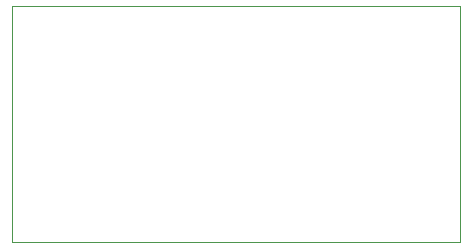
<source format=gbr>
%TF.GenerationSoftware,KiCad,Pcbnew,9.0.1*%
%TF.CreationDate,2025-05-26T16:44:25+02:00*%
%TF.ProjectId,Janus HW,4a616e75-7320-4485-972e-6b696361645f,rev?*%
%TF.SameCoordinates,Original*%
%TF.FileFunction,Profile,NP*%
%FSLAX46Y46*%
G04 Gerber Fmt 4.6, Leading zero omitted, Abs format (unit mm)*
G04 Created by KiCad (PCBNEW 9.0.1) date 2025-05-26 16:44:25*
%MOMM*%
%LPD*%
G01*
G04 APERTURE LIST*
%TA.AperFunction,Profile*%
%ADD10C,0.050000*%
%TD*%
G04 APERTURE END LIST*
D10*
X166250000Y-56000000D02*
X204250000Y-56000000D01*
X204250000Y-76000000D01*
X166250000Y-76000000D01*
X166250000Y-56000000D01*
M02*

</source>
